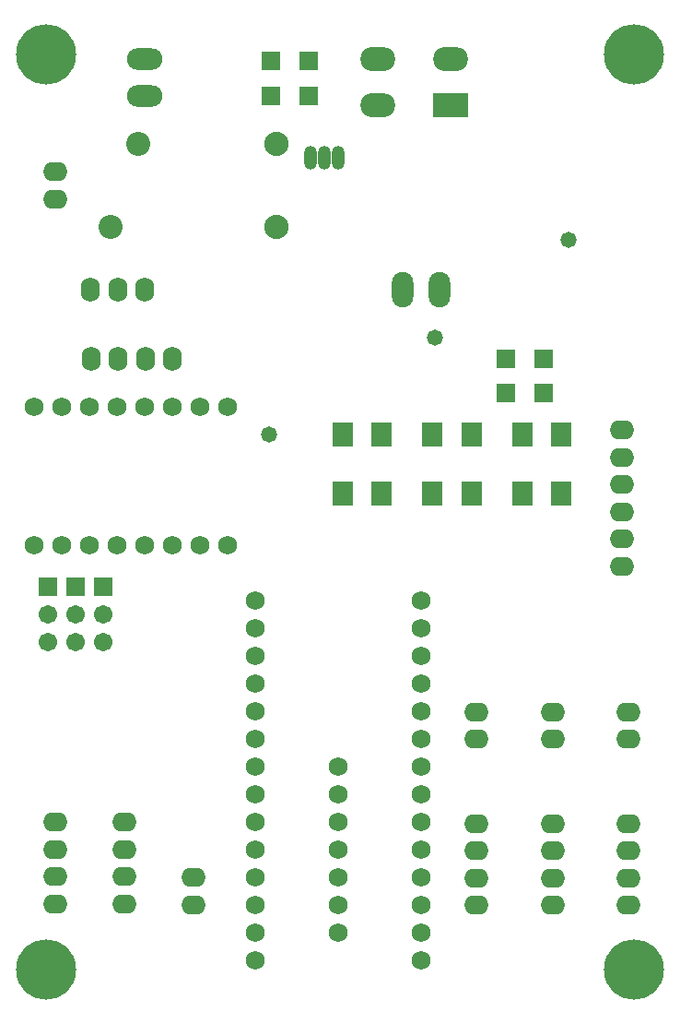
<source format=gts>
G04 Layer_Color=8388736*
%FSLAX25Y25*%
%MOIN*%
G70*
G01*
G75*
%ADD36R,0.06706X0.06706*%
%ADD37R,0.07493X0.08674*%
%ADD38O,0.08800X0.06800*%
%ADD39C,0.21745*%
%ADD40C,0.06800*%
%ADD41C,0.08800*%
%ADD42C,0.08674*%
%ADD43C,0.06706*%
%ADD44R,0.06706X0.06706*%
%ADD45O,0.04737X0.08674*%
%ADD46O,0.04737X0.08674*%
%ADD47O,0.07800X0.12800*%
%ADD48O,0.12611X0.08674*%
%ADD49R,0.12611X0.08674*%
%ADD50O,0.12800X0.07800*%
%ADD51O,0.06800X0.08800*%
%ADD52C,0.05800*%
D36*
X178110Y232500D02*
D03*
X191890D02*
D03*
X178110Y220000D02*
D03*
X191890D02*
D03*
X106890Y340000D02*
D03*
X93110D02*
D03*
X106890Y327500D02*
D03*
X93110D02*
D03*
D37*
X133100Y183740D02*
D03*
X118927D02*
D03*
Y205000D02*
D03*
X133100D02*
D03*
X165600Y183740D02*
D03*
X151427D02*
D03*
Y205000D02*
D03*
X165600D02*
D03*
X198100Y183740D02*
D03*
X183927D02*
D03*
Y205000D02*
D03*
X198100D02*
D03*
D38*
X222500Y95000D02*
D03*
Y104842D02*
D03*
X167500Y95000D02*
D03*
Y104842D02*
D03*
X195000Y95000D02*
D03*
Y104842D02*
D03*
X15000Y300000D02*
D03*
Y290158D02*
D03*
Y35472D02*
D03*
Y45315D02*
D03*
Y55158D02*
D03*
Y65000D02*
D03*
X40000Y35472D02*
D03*
Y45315D02*
D03*
Y55158D02*
D03*
Y65000D02*
D03*
X65000Y45000D02*
D03*
Y35157D02*
D03*
X195000Y64528D02*
D03*
Y54685D02*
D03*
Y44842D02*
D03*
Y35000D02*
D03*
X167500Y64528D02*
D03*
Y54685D02*
D03*
Y44842D02*
D03*
Y35000D02*
D03*
X222500Y64528D02*
D03*
Y54685D02*
D03*
Y44842D02*
D03*
Y35000D02*
D03*
X220000Y206713D02*
D03*
Y196870D02*
D03*
Y187028D02*
D03*
Y177185D02*
D03*
Y167342D02*
D03*
Y157500D02*
D03*
D39*
X224410Y342520D02*
D03*
Y11811D02*
D03*
X11811D02*
D03*
Y342520D02*
D03*
D40*
X7500Y215000D02*
D03*
X17500D02*
D03*
X27500D02*
D03*
X37500D02*
D03*
X47500D02*
D03*
X57500D02*
D03*
X67500D02*
D03*
X77500D02*
D03*
Y165000D02*
D03*
X67500D02*
D03*
X57500D02*
D03*
X47500D02*
D03*
X37500D02*
D03*
X27500D02*
D03*
X17500D02*
D03*
X7500D02*
D03*
X87500Y135000D02*
D03*
Y125000D02*
D03*
Y115000D02*
D03*
Y105000D02*
D03*
Y95000D02*
D03*
Y85000D02*
D03*
Y75000D02*
D03*
Y65000D02*
D03*
Y55000D02*
D03*
Y45000D02*
D03*
Y35000D02*
D03*
Y25000D02*
D03*
Y15000D02*
D03*
X147500D02*
D03*
Y25000D02*
D03*
Y35000D02*
D03*
Y45000D02*
D03*
Y55000D02*
D03*
Y65000D02*
D03*
Y75000D02*
D03*
Y85000D02*
D03*
Y95000D02*
D03*
Y105000D02*
D03*
Y115000D02*
D03*
X117500Y65000D02*
D03*
Y55000D02*
D03*
Y45000D02*
D03*
Y35000D02*
D03*
Y25000D02*
D03*
Y85000D02*
D03*
Y75000D02*
D03*
X147500Y125000D02*
D03*
Y135000D02*
D03*
Y145000D02*
D03*
X87500D02*
D03*
D41*
X95000Y280000D02*
D03*
Y310000D02*
D03*
D42*
X45000D02*
D03*
X35000Y280000D02*
D03*
D43*
X12500Y130000D02*
D03*
Y140000D02*
D03*
X22500Y130000D02*
D03*
Y140000D02*
D03*
X32500Y130000D02*
D03*
Y140000D02*
D03*
D44*
X12500Y150000D02*
D03*
X22500D02*
D03*
X32500D02*
D03*
D45*
X117500Y305000D02*
D03*
D46*
X112500D02*
D03*
X107500D02*
D03*
D47*
X140610Y257500D02*
D03*
X153996D02*
D03*
D48*
X131909Y340768D02*
D03*
Y324232D02*
D03*
X158091Y340768D02*
D03*
D49*
Y324232D02*
D03*
D50*
X47500Y327500D02*
D03*
Y340886D02*
D03*
D51*
Y257500D02*
D03*
X37657D02*
D03*
X27815D02*
D03*
X57500Y232500D02*
D03*
X47657D02*
D03*
X37815D02*
D03*
X27972D02*
D03*
D52*
X200787Y275590D02*
D03*
X92500Y205000D02*
D03*
X152500Y240000D02*
D03*
M02*

</source>
